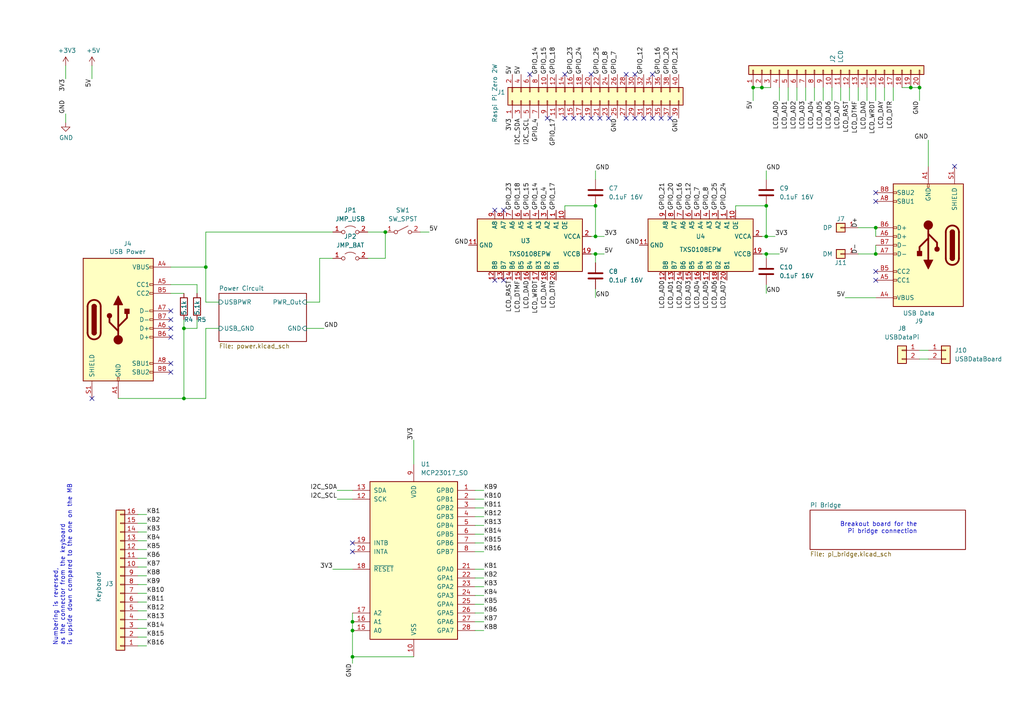
<source format=kicad_sch>
(kicad_sch (version 20211123) (generator eeschema)
  (paper "A4")
  (lib_symbols
    (symbol "Connector_Generic:Conn_01x01" (pin_names (offset 1.016) hide)
      (property "Reference" "J" (at 0 2.54 0))
      (property "Value" "Conn_01x01" (at 0 -2.54 0))
      (symbol "Conn_01x01_1_1"
        (rectangle (start -1.27 0.127) (end 0 -0.127) (stroke (width 0.1524)))
        (rectangle (start -1.27 1.27) (end 1.27 -1.27) (stroke (width 0.254)) (fill (type background)))
        (pin passive line (at -5.08 0 0) (length 3.81) (name "Pin_1") (number "1"))
      )
    )
    (symbol "Connector_Generic:Conn_01x02" (pin_names (offset 1.016) hide)
      (property "Reference" "J" (at 0 2.54 0))
      (property "Value" "Conn_01x02" (at 0 -5.08 0))
      (symbol "Conn_01x02_1_1"
        (rectangle (start -1.27 -2.413) (end 0 -2.667) (stroke (width 0.1524)))
        (rectangle (start -1.27 0.127) (end 0 -0.127) (stroke (width 0.1524)))
        (rectangle (start -1.27 1.27) (end 1.27 -3.81) (stroke (width 0.254)) (fill (type background)))
        (pin passive line (at -5.08 0 0) (length 3.81) (name "Pin_1") (number "1"))
        (pin passive line (at -5.08 -2.54 0) (length 3.81) (name "Pin_2") (number "2"))
      )
    )
    (symbol "Device:C" (pin_numbers hide) (pin_names (offset 0.254))
      (property "Reference" "C" (at 0.635 2.54 0))
      (property "Value" "C" (at 0.635 -2.54 0))
      (symbol "C_0_1"
        (polyline (pts (xy -2.032 -0.762) (xy 2.032 -0.762)) (stroke (width 0.508)))
        (polyline (pts (xy -2.032 0.762) (xy 2.032 0.762)) (stroke (width 0.508)))
      )
      (symbol "C_1_1"
        (pin passive line (at 0 3.81 270) (length 2.794) (name "~") (number "1"))
        (pin passive line (at 0 -3.81 90) (length 2.794) (name "~") (number "2"))
      )
    )
    (symbol "Device:R" (pin_numbers hide) (pin_names (offset 0))
      (property "Reference" "R" (at 2.032 0 90))
      (property "Value" "R" (at 0 0 90))
      (symbol "R_0_1"
        (rectangle (start -1.016 -2.54) (end 1.016 2.54) (stroke (width 0.254)))
      )
      (symbol "R_1_1"
        (pin passive line (at 0 3.81 270) (length 1.27) (name "~") (number "1"))
        (pin passive line (at 0 -3.81 90) (length 1.27) (name "~") (number "2"))
      )
    )
    (symbol "Interface_Expansion:MCP23017_SO" (pin_names (offset 1.016))
      (property "Reference" "U" (at -11.43 24.13 0))
      (property "Value" "MCP23017_SO" (at 0 0 0))
      (symbol "MCP23017_SO_0_1"
        (rectangle (start -12.7 22.86) (end 12.7 -22.86) (stroke (width 0.254)) (fill (type background)))
      )
      (symbol "MCP23017_SO_1_1"
        (pin bidirectional line (at 17.78 20.32 180) (length 5.08) (name "GPB0") (number "1"))
        (pin power_in line (at 0 -27.94 90) (length 5.08) (name "VSS") (number "10"))
        (pin no_connect line (at -12.7 15.24 0) (length 5.08) hide (name "NC") (number "11"))
        (pin input line (at -17.78 17.78 0) (length 5.08) (name "SCK") (number "12"))
        (pin bidirectional line (at -17.78 20.32 0) (length 5.08) (name "SDA") (number "13"))
        (pin no_connect line (at -12.7 12.7 0) (length 5.08) hide (name "NC") (number "14"))
        (pin input line (at -17.78 -20.32 0) (length 5.08) (name "A0") (number "15"))
        (pin input line (at -17.78 -17.78 0) (length 5.08) (name "A1") (number "16"))
        (pin input line (at -17.78 -15.24 0) (length 5.08) (name "A2") (number "17"))
        (pin input line (at -17.78 -2.54 0) (length 5.08) (name "~{RESET}") (number "18"))
        (pin tri_state line (at -17.78 5.08 0) (length 5.08) (name "INTB") (number "19"))
        (pin bidirectional line (at 17.78 17.78 180) (length 5.08) (name "GPB1") (number "2"))
        (pin tri_state line (at -17.78 2.54 0) (length 5.08) (name "INTA") (number "20"))
        (pin bidirectional line (at 17.78 -2.54 180) (length 5.08) (name "GPA0") (number "21"))
        (pin bidirectional line (at 17.78 -5.08 180) (length 5.08) (name "GPA1") (number "22"))
        (pin bidirectional line (at 17.78 -7.62 180) (length 5.08) (name "GPA2") (number "23"))
        (pin bidirectional line (at 17.78 -10.16 180) (length 5.08) (name "GPA3") (number "24"))
        (pin bidirectional line (at 17.78 -12.7 180) (length 5.08) (name "GPA4") (number "25"))
        (pin bidirectional line (at 17.78 -15.24 180) (length 5.08) (name "GPA5") (number "26"))
        (pin bidirectional line (at 17.78 -17.78 180) (length 5.08) (name "GPA6") (number "27"))
        (pin bidirectional line (at 17.78 -20.32 180) (length 5.08) (name "GPA7") (number "28"))
        (pin bidirectional line (at 17.78 15.24 180) (length 5.08) (name "GPB2") (number "3"))
        (pin bidirectional line (at 17.78 12.7 180) (length 5.08) (name "GPB3") (number "4"))
        (pin bidirectional line (at 17.78 10.16 180) (length 5.08) (name "GPB4") (number "5"))
        (pin bidirectional line (at 17.78 7.62 180) (length 5.08) (name "GPB5") (number "6"))
        (pin bidirectional line (at 17.78 5.08 180) (length 5.08) (name "GPB6") (number "7"))
        (pin bidirectional line (at 17.78 2.54 180) (length 5.08) (name "GPB7") (number "8"))
        (pin power_in line (at 0 27.94 270) (length 5.08) (name "VDD") (number "9"))
      )
    )
    (symbol "Jumper:Jumper_2_Open" (pin_names (offset 0) hide)
      (property "Reference" "JP" (at 0 2.794 0))
      (property "Value" "Jumper_2_Open" (at 0 -2.286 0))
      (symbol "Jumper_2_Open_0_0"
        (circle (center -2.032 0) (radius 0.508))
        (circle (center 2.032 0) (radius 0.508))
      )
      (symbol "Jumper_2_Open_0_1"
        (arc (start 1.524 1.27) (mid 0 1.778) (end -1.524 1.27))
      )
      (symbol "Jumper_2_Open_1_1"
        (pin passive line (at -5.08 0 0) (length 2.54) (name "A") (number "1"))
        (pin passive line (at 5.08 0 180) (length 2.54) (name "B") (number "2"))
      )
    )
    (symbol "Logic_LevelTranslator:TXS0108EPW"
      (property "Reference" "U" (at -6.35 16.51 0))
      (property "Value" "TXS0108EPW" (at 3.81 16.51 0))
      (symbol "TXS0108EPW_0_1"
        (rectangle (start -7.62 15.24) (end 7.62 -15.24) (stroke (width 0.254)) (fill (type background)))
      )
      (symbol "TXS0108EPW_1_1"
        (pin bidirectional line (at -10.16 7.62 0) (length 2.54) (name "A1") (number "1"))
        (pin input line (at -10.16 10.16 0) (length 2.54) (name "OE") (number "10"))
        (pin power_in line (at 0 -17.78 90) (length 2.54) (name "GND") (number "11"))
        (pin bidirectional line (at 10.16 -10.16 180) (length 2.54) (name "B8") (number "12"))
        (pin bidirectional line (at 10.16 -7.62 180) (length 2.54) (name "B7") (number "13"))
        (pin bidirectional line (at 10.16 -5.08 180) (length 2.54) (name "B6") (number "14"))
        (pin bidirectional line (at 10.16 -2.54 180) (length 2.54) (name "B5") (number "15"))
        (pin bidirectional line (at 10.16 0 180) (length 2.54) (name "B4") (number "16"))
        (pin bidirectional line (at 10.16 2.54 180) (length 2.54) (name "B3") (number "17"))
        (pin bidirectional line (at 10.16 5.08 180) (length 2.54) (name "B2") (number "18"))
        (pin power_in line (at 2.54 17.78 270) (length 2.54) (name "VCCB") (number "19"))
        (pin power_in line (at -2.54 17.78 270) (length 2.54) (name "VCCA") (number "2"))
        (pin bidirectional line (at 10.16 7.62 180) (length 2.54) (name "B1") (number "20"))
        (pin bidirectional line (at -10.16 5.08 0) (length 2.54) (name "A2") (number "3"))
        (pin bidirectional line (at -10.16 2.54 0) (length 2.54) (name "A3") (number "4"))
        (pin bidirectional line (at -10.16 0 0) (length 2.54) (name "A4") (number "5"))
        (pin bidirectional line (at -10.16 -2.54 0) (length 2.54) (name "A5") (number "6"))
        (pin bidirectional line (at -10.16 -5.08 0) (length 2.54) (name "A6") (number "7"))
        (pin bidirectional line (at -10.16 -7.62 0) (length 2.54) (name "A7") (number "8"))
        (pin bidirectional line (at -10.16 -10.16 0) (length 2.54) (name "A8") (number "9"))
      )
    )
    (symbol "Switch:SW_SPST" (pin_names (offset 0) hide)
      (property "Reference" "SW" (at 0 3.175 0))
      (property "Value" "SW_SPST" (at 0 -2.54 0))
      (symbol "SW_SPST_0_0"
        (circle (center -2.032 0) (radius 0.508))
        (polyline (pts (xy -1.524 0.254) (xy 1.524 1.778)))
        (circle (center 2.032 0) (radius 0.508))
      )
      (symbol "SW_SPST_1_1"
        (pin passive line (at -5.08 0 0) (length 2.54) (name "A") (number "1"))
        (pin passive line (at 5.08 0 180) (length 2.54) (name "B") (number "2"))
      )
    )
    (symbol "mainboard-rescue:+3V3-power" (power) (pin_names (offset 0))
      (property "Value" "+3V3-power" (at 0 3.556 0))
      (symbol "+3V3-power_0_1"
        (polyline (pts (xy -0.762 1.27) (xy 0 2.54)))
        (polyline (pts (xy 0 0) (xy 0 2.54)))
        (polyline (pts (xy 0 2.54) (xy 0.762 1.27)))
      )
      (symbol "+3V3-power_1_1"
        (pin power_in line (at 0 0 90) (length 0) hide (name "+3V3") (number "1"))
      )
    )
    (symbol "mainboard-rescue:+5V-power" (power) (pin_names (offset 0))
      (property "Value" "+5V-power" (at 0 3.556 0))
      (symbol "+5V-power_0_1"
        (polyline (pts (xy -0.762 1.27) (xy 0 2.54)))
        (polyline (pts (xy 0 0) (xy 0 2.54)))
        (polyline (pts (xy 0 2.54) (xy 0.762 1.27)))
      )
      (symbol "+5V-power_1_1"
        (pin power_in line (at 0 0 90) (length 0) hide (name "+5V") (number "1"))
      )
    )
    (symbol "mainboard-rescue:Conn_01x16-Connector_Generic" (pin_names (offset 1.016) hide)
      (property "Reference" "J" (at 0 20.32 0))
      (property "Value" "Conn_01x16-Connector_Generic" (at 0 -22.86 0))
      (symbol "Conn_01x16-Connector_Generic_1_1"
        (rectangle (start -1.27 -20.193) (end 0 -20.447) (stroke (width 0.1524)))
        (rectangle (start -1.27 -17.653) (end 0 -17.907) (stroke (width 0.1524)))
        (rectangle (start -1.27 -15.113) (end 0 -15.367) (stroke (width 0.1524)))
        (rectangle (start -1.27 -12.573) (end 0 -12.827) (stroke (width 0.1524)))
        (rectangle (start -1.27 -10.033) (end 0 -10.287) (stroke (width 0.1524)))
        (rectangle (start -1.27 -7.493) (end 0 -7.747) (stroke (width 0.1524)))
        (rectangle (start -1.27 -4.953) (end 0 -5.207) (stroke (width 0.1524)))
        (rectangle (start -1.27 -2.413) (end 0 -2.667) (stroke (width 0.1524)))
        (rectangle (start -1.27 0.127) (end 0 -0.127) (stroke (width 0.1524)))
        (rectangle (start -1.27 2.667) (end 0 2.413) (stroke (width 0.1524)))
        (rectangle (start -1.27 5.207) (end 0 4.953) (stroke (width 0.1524)))
        (rectangle (start -1.27 7.747) (end 0 7.493) (stroke (width 0.1524)))
        (rectangle (start -1.27 10.287) (end 0 10.033) (stroke (width 0.1524)))
        (rectangle (start -1.27 12.827) (end 0 12.573) (stroke (width 0.1524)))
        (rectangle (start -1.27 15.367) (end 0 15.113) (stroke (width 0.1524)))
        (rectangle (start -1.27 17.907) (end 0 17.653) (stroke (width 0.1524)))
        (rectangle (start -1.27 19.05) (end 1.27 -21.59) (stroke (width 0.254)) (fill (type background)))
        (pin passive line (at -5.08 17.78 0) (length 3.81) (name "Pin_1") (number "1"))
        (pin passive line (at -5.08 -5.08 0) (length 3.81) (name "Pin_10") (number "10"))
        (pin passive line (at -5.08 -7.62 0) (length 3.81) (name "Pin_11") (number "11"))
        (pin passive line (at -5.08 -10.16 0) (length 3.81) (name "Pin_12") (number "12"))
        (pin passive line (at -5.08 -12.7 0) (length 3.81) (name "Pin_13") (number "13"))
        (pin passive line (at -5.08 -15.24 0) (length 3.81) (name "Pin_14") (number "14"))
        (pin passive line (at -5.08 -17.78 0) (length 3.81) (name "Pin_15") (number "15"))
        (pin passive line (at -5.08 -20.32 0) (length 3.81) (name "Pin_16") (number "16"))
        (pin passive line (at -5.08 15.24 0) (length 3.81) (name "Pin_2") (number "2"))
        (pin passive line (at -5.08 12.7 0) (length 3.81) (name "Pin_3") (number "3"))
        (pin passive line (at -5.08 10.16 0) (length 3.81) (name "Pin_4") (number "4"))
        (pin passive line (at -5.08 7.62 0) (length 3.81) (name "Pin_5") (number "5"))
        (pin passive line (at -5.08 5.08 0) (length 3.81) (name "Pin_6") (number "6"))
        (pin passive line (at -5.08 2.54 0) (length 3.81) (name "Pin_7") (number "7"))
        (pin passive line (at -5.08 0 0) (length 3.81) (name "Pin_8") (number "8"))
        (pin passive line (at -5.08 -2.54 0) (length 3.81) (name "Pin_9") (number "9"))
      )
    )
    (symbol "mainboard-rescue:Conn_01x20-Connector_Generic" (pin_names (offset 1.016) hide)
      (property "Reference" "J" (at 0 25.4 0))
      (property "Value" "Conn_01x20-Connector_Generic" (at 0 -27.94 0))
      (symbol "Conn_01x20-Connector_Generic_1_1"
        (rectangle (start -1.27 -25.273) (end 0 -25.527) (stroke (width 0.1524)))
        (rectangle (start -1.27 -22.733) (end 0 -22.987) (stroke (width 0.1524)))
        (rectangle (start -1.27 -20.193) (end 0 -20.447) (stroke (width 0.1524)))
        (rectangle (start -1.27 -17.653) (end 0 -17.907) (stroke (width 0.1524)))
        (rectangle (start -1.27 -15.113) (end 0 -15.367) (stroke (width 0.1524)))
        (rectangle (start -1.27 -12.573) (end 0 -12.827) (stroke (width 0.1524)))
        (rectangle (start -1.27 -10.033) (end 0 -10.287) (stroke (width 0.1524)))
        (rectangle (start -1.27 -7.493) (end 0 -7.747) (stroke (width 0.1524)))
        (rectangle (start -1.27 -4.953) (end 0 -5.207) (stroke (width 0.1524)))
        (rectangle (start -1.27 -2.413) (end 0 -2.667) (stroke (width 0.1524)))
        (rectangle (start -1.27 0.127) (end 0 -0.127) (stroke (width 0.1524)))
        (rectangle (start -1.27 2.667) (end 0 2.413) (stroke (width 0.1524)))
        (rectangle (start -1.27 5.207) (end 0 4.953) (stroke (width 0.1524)))
        (rectangle (start -1.27 7.747) (end 0 7.493) (stroke (width 0.1524)))
        (rectangle (start -1.27 10.287) (end 0 10.033) (stroke (width 0.1524)))
        (rectangle (start -1.27 12.827) (end 0 12.573) (stroke (width 0.1524)))
        (rectangle (start -1.27 15.367) (end 0 15.113) (stroke (width 0.1524)))
        (rectangle (start -1.27 17.907) (end 0 17.653) (stroke (width 0.1524)))
        (rectangle (start -1.27 20.447) (end 0 20.193) (stroke (width 0.1524)))
        (rectangle (start -1.27 22.987) (end 0 22.733) (stroke (width 0.1524)))
        (rectangle (start -1.27 24.13) (end 1.27 -26.67) (stroke (width 0.254)) (fill (type background)))
        (pin passive line (at -5.08 22.86 0) (length 3.81) (name "Pin_1") (number "1"))
        (pin passive line (at -5.08 0 0) (length 3.81) (name "Pin_10") (number "10"))
        (pin passive line (at -5.08 -2.54 0) (length 3.81) (name "Pin_11") (number "11"))
        (pin passive line (at -5.08 -5.08 0) (length 3.81) (name "Pin_12") (number "12"))
        (pin passive line (at -5.08 -7.62 0) (length 3.81) (name "Pin_13") (number "13"))
        (pin passive line (at -5.08 -10.16 0) (length 3.81) (name "Pin_14") (number "14"))
        (pin passive line (at -5.08 -12.7 0) (length 3.81) (name "Pin_15") (number "15"))
        (pin passive line (at -5.08 -15.24 0) (length 3.81) (name "Pin_16") (number "16"))
        (pin passive line (at -5.08 -17.78 0) (length 3.81) (name "Pin_17") (number "17"))
        (pin passive line (at -5.08 -20.32 0) (length 3.81) (name "Pin_18") (number "18"))
        (pin passive line (at -5.08 -22.86 0) (length 3.81) (name "Pin_19") (number "19"))
        (pin passive line (at -5.08 20.32 0) (length 3.81) (name "Pin_2") (number "2"))
        (pin passive line (at -5.08 -25.4 0) (length 3.81) (name "Pin_20") (number "20"))
        (pin passive line (at -5.08 17.78 0) (length 3.81) (name "Pin_3") (number "3"))
        (pin passive line (at -5.08 15.24 0) (length 3.81) (name "Pin_4") (number "4"))
        (pin passive line (at -5.08 12.7 0) (length 3.81) (name "Pin_5") (number "5"))
        (pin passive line (at -5.08 10.16 0) (length 3.81) (name "Pin_6") (number "6"))
        (pin passive line (at -5.08 7.62 0) (length 3.81) (name "Pin_7") (number "7"))
        (pin passive line (at -5.08 5.08 0) (length 3.81) (name "Pin_8") (number "8"))
        (pin passive line (at -5.08 2.54 0) (length 3.81) (name "Pin_9") (number "9"))
      )
    )
    (symbol "mainboard-rescue:Conn_02x20_Odd_Even-Connector_Generic" (pin_names (offset 1.016) hide)
      (property "Reference" "J" (at 1.27 25.4 0))
      (property "Value" "Conn_02x20_Odd_Even-Connector_Generic" (at 1.27 -27.94 0))
      (symbol "Conn_02x20_Odd_Even-Connector_Generic_1_1"
        (rectangle (start -1.27 -25.273) (end 0 -25.527) (stroke (width 0.1524)))
        (rectangle (start -1.27 -22.733) (end 0 -22.987) (stroke (width 0.1524)))
        (rectangle (start -1.27 -20.193) (end 0 -20.447) (stroke (width 0.1524)))
        (rectangle (start -1.27 -17.653) (end 0 -17.907) (stroke (width 0.1524)))
        (rectangle (start -1.27 -15.113) (end 0 -15.367) (stroke (width 0.1524)))
        (rectangle (start -1.27 -12.573) (end 0 -12.827) (stroke (width 0.1524)))
        (rectangle (start -1.27 -10.033) (end 0 -10.287) (stroke (width 0.1524)))
        (rectangle (start -1.27 -7.493) (end 0 -7.747) (stroke (width 0.1524)))
        (rectangle (start -1.27 -4.953) (end 0 -5.207) (stroke (width 0.1524)))
        (rectangle (start -1.27 -2.413) (end 0 -2.667) (stroke (width 0.1524)))
        (rectangle (start -1.27 0.127) (end 0 -0.127) (stroke (width 0.1524)))
        (rectangle (start -1.27 2.667) (end 0 2.413) (stroke (width 0.1524)))
        (rectangle (start -1.27 5.207) (end 0 4.953) (stroke (width 0.1524)))
        (rectangle (start -1.27 7.747) (end 0 7.493) (stroke (width 0.1524)))
        (rectangle (start -1.27 10.287) (end 0 10.033) (stroke (width 0.1524)))
        (rectangle (start -1.27 12.827) (end 0 12.573) (stroke (width 0.1524)))
        (rectangle (start -1.27 15.367) (end 0 15.113) (stroke (width 0.1524)))
        (rectangle (start -1.27 17.907) (end 0 17.653) (stroke (width 0.1524)))
        (rectangle (start -1.27 20.447) (end 0 20.193) (stroke (width 0.1524)))
        (rectangle (start -1.27 22.987) (end 0 22.733) (stroke (width 0.1524)))
        (rectangle (start -1.27 24.13) (end 3.81 -26.67) (stroke (width 0.254)) (fill (type background)))
        (rectangle (start 3.81 -25.273) (end 2.54 -25.527) (stroke (width 0.1524)))
        (rectangle (start 3.81 -22.733) (end 2.54 -22.987) (stroke (width 0.1524)))
        (rectangle (start 3.81 -20.193) (end 2.54 -20.447) (stroke (width 0.1524)))
        (rectangle (start 3.81 -17.653) (end 2.54 -17.907) (stroke (width 0.1524)))
        (rectangle (start 3.81 -15.113) (end 2.54 -15.367) (stroke (width 0.1524)))
        (rectangle (start 3.81 -12.573) (end 2.54 -12.827) (stroke (width 0.1524)))
        (rectangle (start 3.81 -10.033) (end 2.54 -10.287) (stroke (width 0.1524)))
        (rectangle (start 3.81 -7.493) (end 2.54 -7.747) (stroke (width 0.1524)))
        (rectangle (start 3.81 -4.953) (end 2.54 -5.207) (stroke (width 0.1524)))
        (rectangle (start 3.81 -2.413) (end 2.54 -2.667) (stroke (width 0.1524)))
        (rectangle (start 3.81 0.127) (end 2.54 -0.127) (stroke (width 0.1524)))
        (rectangle (start 3.81 2.667) (end 2.54 2.413) (stroke (width 0.1524)))
        (rectangle (start 3.81 5.207) (end 2.54 4.953) (stroke (width 0.1524)))
        (rectangle (start 3.81 7.747) (end 2.54 7.493) (stroke (width 0.1524)))
        (rectangle (start 3.81 10.287) (end 2.54 10.033) (stroke (width 0.1524)))
        (rectangle (start 3.81 12.827) (end 2.54 12.573) (stroke (width 0.1524)))
        (rectangle (start 3.81 15.367) (end 2.54 15.113) (stroke (width 0.1524)))
        (rectangle (start 3.81 17.907) (end 2.54 17.653) (stroke (width 0.1524)))
        (rectangle (start 3.81 20.447) (end 2.54 20.193) (stroke (width 0.1524)))
        (rectangle (start 3.81 22.987) (end 2.54 22.733) (stroke (width 0.1524)))
        (pin passive line (at -5.08 22.86 0) (length 3.81) (name "Pin_1") (number "1"))
        (pin passive line (at 7.62 12.7 180) (length 3.81) (name "Pin_10") (number "10"))
        (pin passive line (at -5.08 10.16 0) (length 3.81) (name "Pin_11") (number "11"))
        (pin passive line (at 7.62 10.16 180) (length 3.81) (name "Pin_12") (number "12"))
        (pin passive line (at -5.08 7.62 0) (length 3.81) (name "Pin_13") (number "13"))
        (pin passive line (at 7.62 7.62 180) (length 3.81) (name "Pin_14") (number "14"))
        (pin passive line (at -5.08 5.08 0) (length 3.81) (name "Pin_15") (number "15"))
        (pin passive line (at 7.62 5.08 180) (length 3.81) (name "Pin_16") (number "16"))
        (pin passive line (at -5.08 2.54 0) (length 3.81) (name "Pin_17") (number "17"))
        (pin passive line (at 7.62 2.54 180) (length 3.81) (name "Pin_18") (number "18"))
        (pin passive line (at -5.08 0 0) (length 3.81) (name "Pin_19") (number "19"))
        (pin passive line (at 7.62 22.86 180) (length 3.81) (name "Pin_2") (number "2"))
        (pin passive line (at 7.62 0 180) (length 3.81) (name "Pin_20") (number "20"))
        (pin passive line (at -5.08 -2.54 0) (length 3.81) (name "Pin_21") (number "21"))
        (pin passive line (at 7.62 -2.54 180) (length 3.81) (name "Pin_22") (number "22"))
        (pin passive line (at -5.08 -5.08 0) (length 3.81) (name "Pin_23") (number "23"))
        (pin passive line (at 7.62 -5.08 180) (length 3.81) (name "Pin_24") (number "24"))
        (pin passive line (at -5.08 -7.62 0) (length 3.81) (name "Pin_25") (number "25"))
        (pin passive line (at 7.62 -7.62 180) (length 3.81) (name "Pin_26") (number "26"))
        (pin passive line (at -5.08 -10.16 0) (length 3.81) (name "Pin_27") (number "27"))
        (pin passive line (at 7.62 -10.16 180) (length 3.81) (name "Pin_28") (number "28"))
        (pin passive line (at -5.08 -12.7 0) (length 3.81) (name "Pin_29") (number "29"))
        (pin passive line (at -5.08 20.32 0) (length 3.81) (name "Pin_3") (number "3"))
        (pin passive line (at 7.62 -12.7 180) (length 3.81) (name "Pin_30") (number "30"))
        (pin passive line (at -5.08 -15.24 0) (length 3.81) (name "Pin_31") (number "31"))
        (pin passive line (at 7.62 -15.24 180) (length 3.81) (name "Pin_32") (number "32"))
        (pin passive line (at -5.08 -17.78 0) (length 3.81) (name "Pin_33") (number "33"))
        (pin passive line (at 7.62 -17.78 180) (length 3.81) (name "Pin_34") (number "34"))
        (pin passive line (at -5.08 -20.32 0) (length 3.81) (name "Pin_35") (number "35"))
        (pin passive line (at 7.62 -20.32 180) (length 3.81) (name "Pin_36") (number "36"))
        (pin passive line (at -5.08 -22.86 0) (length 3.81) (name "Pin_37") (number "37"))
        (pin passive line (at 7.62 -22.86 180) (length 3.81) (name "Pin_38") (number "38"))
        (pin passive line (at -5.08 -25.4 0) (length 3.81) (name "Pin_39") (number "39"))
        (pin passive line (at 7.62 20.32 180) (length 3.81) (name "Pin_4") (number "4"))
        (pin passive line (at 7.62 -25.4 180) (length 3.81) (name "Pin_40") (number "40"))
        (pin passive line (at -5.08 17.78 0) (length 3.81) (name "Pin_5") (number "5"))
        (pin passive line (at 7.62 17.78 180) (length 3.81) (name "Pin_6") (number "6"))
        (pin passive line (at -5.08 15.24 0) (length 3.81) (name "Pin_7") (number "7"))
        (pin passive line (at 7.62 15.24 180) (length 3.81) (name "Pin_8") (number "8"))
        (pin passive line (at -5.08 12.7 0) (length 3.81) (name "Pin_9") (number "9"))
      )
    )
    (symbol "mainboard-rescue:GND-power" (power) (pin_names (offset 0))
      (property "Value" "GND-power" (at 0 -3.81 0))
      (symbol "GND-power_0_1"
        (polyline (pts (xy 0 0) (xy 0 -1.27) (xy 1.27 -1.27) (xy 0 -2.54) (xy -1.27 -1.27) (xy 0 -1.27)))
      )
      (symbol "GND-power_1_1"
        (pin power_in line (at 0 0 270) (length 0) hide (name "GND") (number "1"))
      )
    )
    (symbol "mainboard-rescue:USB_C_Receptacle_USB2.0-Connector" (pin_names (offset 1.016))
      (property "Reference" "J" (at -10.16 19.05 0))
      (property "Value" "USB_C_Receptacle_USB2.0-Connector" (at 19.05 19.05 0))
      (symbol "USB_C_Receptacle_USB2.0-Connector_0_0"
        (rectangle (start -0.254 -17.78) (end 0.254 -16.764))
        (rectangle (start 10.16 -14.986) (end 9.144 -15.494))
        (rectangle (start 10.16 -12.446) (end 9.144 -12.954))
        (rectangle (start 10.16 -4.826) (end 9.144 -5.334))
        (rectangle (start 10.16 -2.286) (end 9.144 -2.794))
        (rectangle (start 10.16 0.254) (end 9.144 -0.254))
        (rectangle (start 10.16 2.794) (end 9.144 2.286))
        (rectangle (start 10.16 7.874) (end 9.144 7.366))
        (rectangle (start 10.16 10.414) (end 9.144 9.906))
        (rectangle (start 10.16 15.494) (end 9.144 14.986))
      )
      (symbol "USB_C_Receptacle_USB2.0-Connector_0_1"
        (rectangle (start -10.16 17.78) (end 10.16 -17.78) (stroke (width 0.254)) (fill (type background)))
        (arc (start -8.89 -3.81) (mid -6.985 -5.715) (end -5.08 -3.81) (stroke (width 0.508)))
        (arc (start -7.62 -3.81) (mid -6.985 -4.445) (end -6.35 -3.81) (stroke (width 0.254)))
        (arc (start -7.62 -3.81) (mid -6.985 -4.445) (end -6.35 -3.81) (stroke (width 0.254)) (fill (type outline)))
        (rectangle (start -7.62 -3.81) (end -6.35 3.81) (stroke (width 0.254)) (fill (type outline)))
        (arc (start -6.35 3.81) (mid -6.985 4.445) (end -7.62 3.81) (stroke (width 0.254)))
        (arc (start -6.35 3.81) (mid -6.985 4.445) (end -7.62 3.81) (stroke (width 0.254)) (fill (type outline)))
        (arc (start -5.08 3.81) (mid -6.985 5.715) (end -8.89 3.81) (stroke (width 0.508)))
        (circle (center -2.54 1.143) (radius 0.635) (stroke (width 0.254)) (fill (type outline)))
        (circle (center 0 -5.842) (radius 1.27) (fill (type outline)))
        (polyline (pts (xy -8.89 -3.81) (xy -8.89 3.81)) (stroke (width 0.508)))
        (polyline (pts (xy -5.08 3.81) (xy -5.08 -3.81)) (stroke (width 0.508)))
        (polyline (pts (xy 0 -5.842) (xy 0 4.318)) (stroke (width 0.508)))
        (polyline (pts (xy 0 -3.302) (xy -2.54 -0.762) (xy -2.54 0.508)) (stroke (width 0.508)))
        (polyline (pts (xy 0 -2.032) (xy 2.54 0.508) (xy 2.54 1.778)) (stroke (width 0.508)))
        (polyline (pts (xy -1.27 4.318) (xy 0 6.858) (xy 1.27 4.318) (xy -1.27 4.318)) (stroke (width 0.254)) (fill (type outline)))
        (rectangle (start 1.905 1.778) (end 3.175 3.048) (stroke (width 0.254)) (fill (type outline)))
      )
      (symbol "USB_C_Receptacle_USB2.0-Connector_1_1"
        (pin power_in line (at 0 -22.86 90) (length 5.08) (name "GND") (number "A1"))
        (pin passive line (at 0 -22.86 90) (length 5.08) hide (name "GND") (number "A12"))
        (pin power_in line (at 15.24 15.24 180) (length 5.08) (name "VBUS") (number "A4"))
        (pin bidirectional line (at 15.24 10.16 180) (length 5.08) (name "CC1") (number "A5"))
        (pin bidirectional line (at 15.24 -2.54 180) (length 5.08) (name "D+") (number "A6"))
        (pin bidirectional line (at 15.24 2.54 180) (length 5.08) (name "D-") (number "A7"))
        (pin bidirectional line (at 15.24 -12.7 180) (length 5.08) (name "SBU1") (number "A8"))
        (pin passive line (at 15.24 15.24 180) (length 5.08) hide (name "VBUS") (number "A9"))
        (pin passive line (at 0 -22.86 90) (length 5.08) hide (name "GND") (number "B1"))
        (pin passive line (at 0 -22.86 90) (length 5.08) hide (name "GND") (number "B12"))
        (pin passive line (at 15.24 15.24 180) (length 5.08) hide (name "VBUS") (number "B4"))
        (pin bidirectional line (at 15.24 7.62 180) (length 5.08) (name "CC2") (number "B5"))
        (pin bidirectional line (at 15.24 -5.08 180) (length 5.08) (name "D+") (number "B6"))
        (pin bidirectional line (at 15.24 0 180) (length 5.08) (name "D-") (number "B7"))
        (pin bidirectional line (at 15.24 -15.24 180) (length 5.08) (name "SBU2") (number "B8"))
        (pin passive line (at 15.24 15.24 180) (length 5.08) hide (name "VBUS") (number "B9"))
        (pin passive line (at -7.62 -22.86 90) (length 5.08) (name "SHIELD") (number "S1"))
      )
    )
  )
  (junction (at 254 73.66))
  (junction (at 222.25 73.66))
  (junction (at 264.16 25.4))
  (junction (at 172.72 68.58))
  (junction (at 102.235 182.88))
  (junction (at 172.72 59.69))
  (junction (at 222.25 68.58))
  (junction (at 102.235 190.5))
  (junction (at 172.72 73.66))
  (junction (at 53.34 95.25))
  (junction (at 266.7 25.4))
  (junction (at 53.34 115.57))
  (junction (at 222.25 59.69))
  (junction (at 218.44 25.4))
  (junction (at 220.98 25.4))
  (junction (at 254 66.04))
  (junction (at 59.69 77.47))
  (junction (at 111.76 67.31))
  (junction (at 102.235 180.34))
  (no_connect (at 49.53 95.25))
  (no_connect (at 102.235 160.02))
  (no_connect (at 102.235 157.48))
  (no_connect (at 26.67 115.57))
  (no_connect (at 189.23 34.29))
  (no_connect (at 181.61 34.29))
  (no_connect (at 184.15 34.29))
  (no_connect (at 186.69 34.29))
  (no_connect (at 194.31 34.29))
  (no_connect (at 176.53 34.29))
  (no_connect (at 191.77 34.29))
  (no_connect (at 158.75 34.29))
  (no_connect (at 171.45 34.29))
  (no_connect (at 173.99 34.29))
  (no_connect (at 168.91 34.29))
  (no_connect (at 181.61 21.59))
  (no_connect (at 184.15 21.59))
  (no_connect (at 171.45 21.59))
  (no_connect (at 276.86 48.26))
  (no_connect (at 163.83 21.59))
  (no_connect (at 254 58.42))
  (no_connect (at 49.53 90.17))
  (no_connect (at 189.23 21.59))
  (no_connect (at 49.53 105.41))
  (no_connect (at 254 55.88))
  (no_connect (at 143.51 60.96))
  (no_connect (at 146.05 60.96))
  (no_connect (at 49.53 92.71))
  (no_connect (at 153.67 21.59))
  (no_connect (at 49.53 97.79))
  (no_connect (at 254 81.28))
  (no_connect (at 163.83 34.29))
  (no_connect (at 166.37 34.29))
  (no_connect (at 143.51 81.28))
  (no_connect (at 146.05 81.28))
  (no_connect (at 254 78.74))
  (no_connect (at 49.53 107.95))
  (wire (pts (xy 140.335 170.18) (xy 137.795 170.18)))
  (wire (pts (xy 59.69 115.57) (xy 59.69 95.25)))
  (wire (pts (xy 220.98 25.4) (xy 223.52 25.4)))
  (wire (pts (xy 140.335 157.48) (xy 137.795 157.48)))
  (wire (pts (xy 222.25 82.55) (xy 222.25 85.09)))
  (wire (pts (xy 233.68 25.4) (xy 233.68 29.21)))
  (wire (pts (xy 102.235 190.5) (xy 120.015 190.5)))
  (wire (pts (xy 59.69 95.25) (xy 63.5 95.25)))
  (wire (pts (xy 59.69 77.47) (xy 59.69 87.63)))
  (wire (pts (xy 163.83 59.69) (xy 172.72 59.69)))
  (wire (pts (xy 245.11 86.36) (xy 254 86.36)))
  (wire (pts (xy 246.38 25.4) (xy 246.38 29.21)))
  (wire (pts (xy 53.34 95.25) (xy 53.34 115.57)))
  (wire (pts (xy 140.335 154.94) (xy 137.795 154.94)))
  (wire (pts (xy 42.545 184.785) (xy 40.005 184.785)))
  (wire (pts (xy 42.545 167.005) (xy 40.005 167.005)))
  (wire (pts (xy 140.335 182.88) (xy 137.795 182.88)))
  (wire (pts (xy 222.25 73.66) (xy 226.06 73.66)))
  (wire (pts (xy 140.335 144.78) (xy 137.795 144.78)))
  (wire (pts (xy 140.335 172.72) (xy 137.795 172.72)))
  (wire (pts (xy 140.335 160.02) (xy 137.795 160.02)))
  (wire (pts (xy 163.83 59.69) (xy 163.83 60.96)))
  (wire (pts (xy 19.05 22.86) (xy 19.05 19.05)))
  (wire (pts (xy 140.335 147.32) (xy 137.795 147.32)))
  (wire (pts (xy 171.45 73.66) (xy 172.72 73.66)))
  (wire (pts (xy 59.69 87.63) (xy 63.5 87.63)))
  (wire (pts (xy 261.62 25.4) (xy 264.16 25.4)))
  (wire (pts (xy 238.76 25.4) (xy 238.76 29.21)))
  (wire (pts (xy 57.15 95.25) (xy 53.34 95.25)))
  (wire (pts (xy 19.05 33.02) (xy 19.05 35.56)))
  (wire (pts (xy 222.25 59.69) (xy 213.36 59.69)))
  (wire (pts (xy 102.235 182.88) (xy 102.235 190.5)))
  (wire (pts (xy 102.235 177.8) (xy 102.235 180.34)))
  (wire (pts (xy 222.25 68.58) (xy 224.79 68.58)))
  (wire (pts (xy 248.92 73.66) (xy 254 73.66)))
  (wire (pts (xy 264.16 25.4) (xy 266.7 25.4)))
  (wire (pts (xy 49.53 85.09) (xy 53.34 85.09)))
  (wire (pts (xy 266.7 25.4) (xy 266.7 29.21)))
  (wire (pts (xy 220.98 73.66) (xy 222.25 73.66)))
  (wire (pts (xy 42.545 172.085) (xy 40.005 172.085)))
  (wire (pts (xy 266.7 101.6) (xy 269.24 101.6)))
  (wire (pts (xy 222.25 49.53) (xy 222.25 52.07)))
  (wire (pts (xy 59.69 67.31) (xy 59.69 77.47)))
  (wire (pts (xy 42.545 149.225) (xy 40.005 149.225)))
  (wire (pts (xy 42.545 182.245) (xy 40.005 182.245)))
  (wire (pts (xy 231.14 25.4) (xy 231.14 29.21)))
  (wire (pts (xy 243.84 25.4) (xy 243.84 29.21)))
  (wire (pts (xy 53.34 92.71) (xy 53.34 95.25)))
  (wire (pts (xy 254 25.4) (xy 254 29.21)))
  (wire (pts (xy 171.45 68.58) (xy 172.72 68.58)))
  (wire (pts (xy 42.545 161.925) (xy 40.005 161.925)))
  (wire (pts (xy 26.67 19.05) (xy 26.67 22.86)))
  (wire (pts (xy 59.69 67.31) (xy 96.52 67.31)))
  (wire (pts (xy 121.92 67.31) (xy 124.46 67.31)))
  (wire (pts (xy 172.72 73.66) (xy 172.72 76.2)))
  (wire (pts (xy 226.06 25.4) (xy 226.06 29.21)))
  (wire (pts (xy 140.335 142.24) (xy 137.795 142.24)))
  (wire (pts (xy 57.15 92.71) (xy 57.15 95.25)))
  (wire (pts (xy 92.71 74.93) (xy 96.52 74.93)))
  (wire (pts (xy 241.3 25.4) (xy 241.3 29.21)))
  (wire (pts (xy 57.15 82.55) (xy 57.15 85.09)))
  (wire (pts (xy 120.015 127.635) (xy 120.015 134.62)))
  (wire (pts (xy 172.72 49.53) (xy 172.72 52.07)))
  (wire (pts (xy 222.25 68.58) (xy 222.25 59.69)))
  (wire (pts (xy 49.53 77.47) (xy 59.69 77.47)))
  (wire (pts (xy 96.52 165.1) (xy 102.235 165.1)))
  (wire (pts (xy 266.7 104.14) (xy 269.24 104.14)))
  (wire (pts (xy 220.98 68.58) (xy 222.25 68.58)))
  (wire (pts (xy 88.9 87.63) (xy 92.71 87.63)))
  (wire (pts (xy 140.335 165.1) (xy 137.795 165.1)))
  (wire (pts (xy 97.79 142.24) (xy 102.235 142.24)))
  (wire (pts (xy 92.71 87.63) (xy 92.71 74.93)))
  (wire (pts (xy 140.335 180.34) (xy 137.795 180.34)))
  (wire (pts (xy 222.25 73.66) (xy 222.25 74.93)))
  (wire (pts (xy 236.22 25.4) (xy 236.22 29.21)))
  (wire (pts (xy 53.34 115.57) (xy 59.69 115.57)))
  (wire (pts (xy 254 73.66) (xy 254 71.12)))
  (wire (pts (xy 172.72 83.82) (xy 172.72 86.36)))
  (wire (pts (xy 259.08 25.4) (xy 259.08 29.21)))
  (wire (pts (xy 42.545 151.765) (xy 40.005 151.765)))
  (wire (pts (xy 97.79 144.78) (xy 102.235 144.78)))
  (wire (pts (xy 42.545 154.305) (xy 40.005 154.305)))
  (wire (pts (xy 106.68 74.93) (xy 111.76 74.93)))
  (wire (pts (xy 140.335 175.26) (xy 137.795 175.26)))
  (wire (pts (xy 140.335 167.64) (xy 137.795 167.64)))
  (wire (pts (xy 248.92 66.04) (xy 254 66.04)))
  (wire (pts (xy 172.72 68.58) (xy 175.26 68.58)))
  (wire (pts (xy 102.235 190.5) (xy 102.235 192.405)))
  (wire (pts (xy 251.46 25.4) (xy 251.46 29.21)))
  (wire (pts (xy 248.92 25.4) (xy 248.92 29.21)))
  (wire (pts (xy 88.9 95.25) (xy 93.98 95.25)))
  (wire (pts (xy 172.72 73.66) (xy 175.26 73.66)))
  (wire (pts (xy 42.545 187.325) (xy 40.005 187.325)))
  (wire (pts (xy 106.68 67.31) (xy 111.76 67.31)))
  (wire (pts (xy 218.44 25.4) (xy 220.98 25.4)))
  (wire (pts (xy 42.545 159.385) (xy 40.005 159.385)))
  (wire (pts (xy 42.545 179.705) (xy 40.005 179.705)))
  (wire (pts (xy 42.545 156.845) (xy 40.005 156.845)))
  (wire (pts (xy 254 68.58) (xy 254 66.04)))
  (wire (pts (xy 111.76 74.93) (xy 111.76 67.31)))
  (wire (pts (xy 140.335 152.4) (xy 137.795 152.4)))
  (wire (pts (xy 42.545 177.165) (xy 40.005 177.165)))
  (wire (pts (xy 42.545 164.465) (xy 40.005 164.465)))
  (wire (pts (xy 34.29 115.57) (xy 53.34 115.57)))
  (wire (pts (xy 140.335 149.86) (xy 137.795 149.86)))
  (wire (pts (xy 218.44 25.4) (xy 218.44 29.21)))
  (wire (pts (xy 42.545 174.625) (xy 40.005 174.625)))
  (wire (pts (xy 228.6 25.4) (xy 228.6 29.21)))
  (wire (pts (xy 42.545 169.545) (xy 40.005 169.545)))
  (wire (pts (xy 102.235 180.34) (xy 102.235 182.88)))
  (wire (pts (xy 49.53 82.55) (xy 57.15 82.55)))
  (wire (pts (xy 172.72 59.69) (xy 172.72 68.58)))
  (wire (pts (xy 269.24 40.64) (xy 269.24 48.26)))
  (wire (pts (xy 140.335 177.8) (xy 137.795 177.8)))
  (wire (pts (xy 213.36 59.69) (xy 213.36 60.96)))
  (wire (pts (xy 256.54 25.4) (xy 256.54 29.21)))
  (text "Breakout board for the\nPi bridge connection" (at 266.065 154.94 180) (effects (font (size 1.27 1.27)) (justify right bottom)))
  (text "Numbering is reversed, \nas the connector from the keyboard \nis upside down compared to the one on the MB" (at 20.955 187.325 90) (effects (font (size 1.27 1.27)) (justify left bottom)))
  (label "LCD_AD7" (at 210.82 81.28 270))
  (label "KB2" (at 42.545 151.765 0))
  (label "KB13" (at 140.335 152.4 0))
  (label "KB3" (at 140.335 170.18 0))
  (label "LCD_AD7" (at 243.84 29.21 270))
  (label "GPIO_20" (at 194.31 21.59 90))
  (label "GND" (at 269.24 40.64 180))
  (label "KB4" (at 140.335 172.72 0))
  (label "3V3" (at 148.59 34.29 270))
  (label "5V" (at 124.46 67.31 0))
  (label "GPIO_12" (at 200.66 60.96 90))
  (label "GPIO_24" (at 210.82 60.96 90))
  (label "LCD_AD6" (at 241.3 29.21 270))
  (label "LCD_RAST" (at 148.59 81.28 270))
  (label "LCD_AD2" (at 198.12 81.28 270))
  (label "KB11" (at 42.545 174.625 0))
  (label "LCD_DTR" (at 161.29 81.28 270))
  (label "KB9" (at 140.335 142.24 0))
  (label "KB15" (at 42.545 184.785 0))
  (label "KB5" (at 140.335 175.26 0))
  (label "GPIO_12" (at 186.69 21.59 90))
  (label "KB14" (at 140.335 154.94 0))
  (label "LCD_WRDT" (at 156.21 81.28 270))
  (label "D-" (at 248.92 73.66 90))
  (label "GPIO_15" (at 158.75 21.59 90))
  (label "KB6" (at 140.335 177.8 0))
  (label "3V3" (at 175.26 68.58 0))
  (label "GPIO_25" (at 173.99 21.59 90))
  (label "GPIO_16" (at 198.12 60.96 90))
  (label "GND" (at 172.72 86.36 0))
  (label "I2C_SDA" (at 97.79 142.24 180))
  (label "GND" (at 185.42 71.12 180))
  (label "D+" (at 248.92 66.04 90))
  (label "LCD_AD5" (at 205.74 81.28 270))
  (label "I2C_SDA" (at 151.13 34.29 270))
  (label "LCD_AD3" (at 233.68 29.21 270))
  (label "GPIO_24" (at 168.91 21.59 90))
  (label "KB6" (at 42.545 161.925 0))
  (label "GPIO_21" (at 193.04 60.96 90))
  (label "KB4" (at 42.545 156.845 0))
  (label "LCD_AD1" (at 195.58 81.28 270))
  (label "KB11" (at 140.335 147.32 0))
  (label "KB8" (at 140.335 182.88 0))
  (label "GND" (at 135.89 71.12 180))
  (label "5V" (at 151.13 21.59 90))
  (label "LCD_AD4" (at 203.2 81.28 270))
  (label "LCD_AD1" (at 228.6 29.21 270))
  (label "5V" (at 226.06 73.66 0))
  (label "GPIO_17" (at 161.29 34.29 270))
  (label "LCD_AD2" (at 231.14 29.21 270))
  (label "5V" (at 26.67 22.86 270))
  (label "KB1" (at 140.335 165.1 0))
  (label "I2C_SCL" (at 153.67 34.29 270))
  (label "GPIO_14" (at 156.21 60.96 90))
  (label "GPIO_7" (at 203.2 60.96 90))
  (label "GPIO_25" (at 208.28 60.96 90))
  (label "KB2" (at 140.335 167.64 0))
  (label "GND" (at 196.85 34.29 270))
  (label "KB3" (at 42.545 154.305 0))
  (label "GPIO_17" (at 161.29 60.96 90))
  (label "KB16" (at 42.545 187.325 0))
  (label "GPIO_4" (at 158.75 60.96 90))
  (label "LCD_DAY" (at 256.54 29.21 270))
  (label "5V" (at 148.59 21.59 90))
  (label "LCD_AD4" (at 236.22 29.21 270))
  (label "LCD_AD3" (at 200.66 81.28 270))
  (label "GPIO_18" (at 151.13 60.96 90))
  (label "GPIO_21" (at 196.85 21.59 90))
  (label "LCD_DAD" (at 251.46 29.21 270))
  (label "LCD_WRDT" (at 254 29.21 270))
  (label "KB5" (at 42.545 159.385 0))
  (label "LCD_DAD" (at 153.67 81.28 270))
  (label "KB1" (at 42.545 149.225 0))
  (label "3V3" (at 19.05 22.86 270))
  (label "GPIO_20" (at 195.58 60.96 90))
  (label "GND" (at 266.7 29.21 270))
  (label "LCD_DAY" (at 158.75 81.28 270))
  (label "GND" (at 102.235 192.405 270))
  (label "KB16" (at 140.335 160.02 0))
  (label "GND" (at 19.05 33.02 90))
  (label "KB10" (at 140.335 144.78 0))
  (label "GPIO_14" (at 156.21 21.59 90))
  (label "KB7" (at 42.545 164.465 0))
  (label "KB12" (at 42.545 177.165 0))
  (label "GPIO_18" (at 161.29 21.59 90))
  (label "GPIO_4" (at 156.21 34.29 270))
  (label "LCD_AD0" (at 193.04 81.28 270))
  (label "GPIO_15" (at 153.67 60.96 90))
  (label "KB8" (at 42.545 167.005 0))
  (label "5V" (at 245.11 86.36 180))
  (label "GPIO_23" (at 148.59 60.96 90))
  (label "LCD_AD6" (at 208.28 81.28 270))
  (label "LCD_DTMF" (at 248.92 29.21 270))
  (label "LCD_AD5" (at 238.76 29.21 270))
  (label "GPIO_23" (at 166.37 21.59 90))
  (label "KB10" (at 42.545 172.085 0))
  (label "GND" (at 172.72 49.53 0))
  (label "GND" (at 222.25 85.09 0))
  (label "3V3" (at 96.52 165.1 180))
  (label "GPIO_8" (at 176.53 21.59 90))
  (label "LCD_DTMF" (at 151.13 81.28 270))
  (label "5V" (at 175.26 73.66 0))
  (label "LCD_DTR" (at 259.08 29.21 270))
  (label "GND" (at 222.25 49.53 0))
  (label "KB7" (at 140.335 180.34 0))
  (label "KB15" (at 140.335 157.48 0))
  (label "KB12" (at 140.335 149.86 0))
  (label "LCD_AD0" (at 226.06 29.21 270))
  (label "5V" (at 218.44 29.21 270))
  (label "KB14" (at 42.545 182.245 0))
  (label "KB9" (at 42.545 169.545 0))
  (label "GPIO_8" (at 205.74 60.96 90))
  (label "LCD_RAST" (at 246.38 29.21 270))
  (label "GND" (at 93.98 95.25 0))
  (label "3V3" (at 120.015 127.635 90))
  (label "I2C_SCL" (at 97.79 144.78 180))
  (label "GND" (at 179.07 34.29 270))
  (label "GPIO_7" (at 179.07 21.59 90))
  (label "GPIO_16" (at 191.77 21.59 90))
  (label "KB13" (at 42.545 179.705 0))
  (label "3V3" (at 224.79 68.58 0))
  (symbol (lib_id "mainboard-rescue:Conn_02x20_Odd_Even-Connector_Generic") (at 171.45 29.21 90) (unit 1)
    (property "Reference" "J1" (at 146.5834 26.7716 90) (effects (justify left)))
    (property "Value" "Raspi Pi Zero 2W" (at 143.51 35.56 0) (effects (justify left)))
    (property "Footprint" "Connector_PinHeader_2.54mm:PinHeader_2x20_P2.54mm_Vertical" (effects hide))
  )
  (symbol (lib_id "mainboard-rescue:+3V3-power") (at 19.05 19.05 0) (unit 1)
    (property "Reference" "#PWR0101" (effects hide))
    (property "Value" "+3V3" (at 19.431 14.6558 0))
  )
  (symbol (lib_id "mainboard-rescue:+5V-power") (at 26.67 19.05 0) (unit 1)
    (property "Reference" "#PWR0102" (effects hide))
    (property "Value" "+5V" (at 27.051 14.6558 0))
  )
  (symbol (lib_id "mainboard-rescue:GND-power") (at 19.05 35.56 0) (unit 1)
    (property "Reference" "#PWR0103" (effects hide))
    (property "Value" "GND" (at 19.177 39.9542 0))
  )
  (symbol (lib_id "mainboard-rescue:Conn_01x20-Connector_Generic") (at 241.3 20.32 90) (unit 1)
    (property "Reference" "J2" (at 241.5032 18.288 0) (effects (justify left)))
    (property "Value" "LCD" (at 243.8146 18.288 0) (effects (justify left)))
    (property "Footprint" "Connector_FFC-FPC:TE_2-84953-0_1x20-1MP_P1.0mm_Horizontal" (effects hide))
  )
  (symbol (lib_id "mainboard-rescue:Conn_01x16-Connector_Generic") (at 34.925 169.545 180) (unit 1)
    (property "Reference" "J3" (at 32.893 169.3418 0) (effects (justify left)))
    (property "Value" "Keyboard" (at 28.575 165.735 90) (effects (justify left)))
    (property "Footprint" "Connector_FFC-FPC:TE_1-84953-6_1x16-1MP_P1.0mm_Horizontal" (effects hide))
  )
  (symbol (lib_id "Interface_Expansion:MCP23017_SO") (at 120.015 162.56 0) (unit 1)
    (property "Reference" "U1" (at 122.0344 134.62 0) (effects (justify left)))
    (property "Value" "MCP23017_SO" (at 122.0344 137.16 0) (effects (justify left)))
    (property "Footprint" "Package_SO:TSSOP-28_6.1x9.7mm_P0.65mm" (effects hide))
    (property "Datasheet" "http://ww1.microchip.com/downloads/en/DeviceDoc/20001952C.pdf" (effects hide))
  )
  (symbol (lib_id "Connector_Generic:Conn_01x01") (at 243.84 66.04 180) (unit 1)
    (property "Reference" "J7" (at 243.84 63.5 0))
    (property "Value" "DP" (at 240.03 66.04 0))
    (property "Footprint" "TestPoint:TestPoint_Pad_D1.0mm" (effects hide))
  )
  (symbol (lib_id "Device:C") (at 222.25 78.74 0) (unit 1)
    (property "Reference" "C10" (at 226.06 77.4699 0) (effects (justify left)))
    (property "Value" " 0.1uF 16V" (at 226.06 80.0099 0) (effects (justify left)))
    (property "Footprint" "Capacitor_SMD:C_0805_2012Metric_Pad1.18x1.45mm_HandSolder" (effects hide))
  )
  (symbol (lib_id "Device:C") (at 222.25 55.88 0) (unit 1)
    (property "Reference" "C9" (at 226.06 54.6099 0) (effects (justify left)))
    (property "Value" " 0.1uF 16V" (at 226.06 57.1499 0) (effects (justify left)))
    (property "Footprint" "Capacitor_SMD:C_0805_2012Metric_Pad1.18x1.45mm_HandSolder" (effects hide))
  )
  (symbol (lib_id "Connector_Generic:Conn_01x01") (at 243.84 73.66 180) (unit 1)
    (property "Reference" "J11" (at 243.84 76.2 0))
    (property "Value" "DM" (at 240.03 73.66 0))
    (property "Footprint" "TestPoint:TestPoint_Pad_D1.0mm" (effects hide))
  )
  (symbol (lib_id "Connector_Generic:Conn_01x02") (at 274.32 101.6 0) (unit 1)
    (property "Reference" "J10" (at 276.86 101.5999 0) (effects (justify left)))
    (property "Value" "USBDataBoard" (at 276.86 104.1399 0) (effects (justify left)))
    (property "Footprint" "Connector_PinHeader_2.00mm:PinHeader_1x02_P2.00mm_Vertical" (effects hide))
  )
  (symbol (lib_id "Logic_LevelTranslator:TXS0108EPW") (at 203.2 71.12 270) (unit 1)
    (property "Reference" "U4" (at 203.2 68.58 90))
    (property "Value" "TXS0108EPW" (at 203.2 72.39 90))
    (property "Footprint" "Package_SO:TSSOP-20_4.4x6.5mm_P0.65mm" (effects hide))
    (property "Datasheet" "www.ti.com/lit/ds/symlink/txs0108e.pdf" (effects hide))
  )
  (symbol (lib_id "Device:C") (at 172.72 80.01 0) (unit 1)
    (property "Reference" "C8" (at 176.53 78.7399 0) (effects (justify left)))
    (property "Value" " 0.1uF 16V" (at 176.53 81.2799 0) (effects (justify left)))
    (property "Footprint" "Capacitor_SMD:C_0805_2012Metric_Pad1.18x1.45mm_HandSolder" (effects hide))
  )
  (symbol (lib_id "Connector_Generic:Conn_01x02") (at 261.62 101.6 0) (mirror y) (unit 1)
    (property "Reference" "J8" (at 261.62 95.25 0))
    (property "Value" "USBDataPi" (at 261.62 97.79 0))
    (property "Footprint" "Connector_PinHeader_2.00mm:PinHeader_1x02_P2.00mm_Vertical" (effects hide))
  )
  (symbol (lib_id "mainboard-rescue:USB_C_Receptacle_USB2.0-Connector") (at 34.29 92.71 0) (unit 1)
    (property "Reference" "J4" (at 37.0078 70.6882 0))
    (property "Value" "USB Power" (at 37.0078 72.9996 0))
    (property "Footprint" "Connector_USB:USB_C_Receptacle_XKB_U262-16XN-4BVC11" (effects hide))
    (property "Datasheet" "https://www.usb.org/sites/default/files/documents/usb_type-c.zip" (effects hide))
  )
  (symbol (lib_id "Switch:SW_SPST") (at 116.84 67.31 0) (unit 1)
    (property "Reference" "SW1" (at 116.84 60.96 0))
    (property "Value" "SW_SPST" (at 116.84 63.5 0))
    (property "Footprint" "Library:SS312SAH4-R" (effects hide))
  )
  (symbol (lib_id "Device:R") (at 57.15 88.9 0) (unit 1)
    (property "Reference" "R5" (at 57.15 92.71 0) (effects (justify left)))
    (property "Value" "5.1k" (at 57.15 91.44 90) (effects (justify left)))
    (property "Footprint" "Resistor_SMD:R_0805_2012Metric_Pad1.20x1.40mm_HandSolder" (effects hide))
  )
  (symbol (lib_id "Jumper:Jumper_2_Open") (at 101.6 67.31 0) (unit 1)
    (property "Reference" "JP1" (at 101.6 60.96 0))
    (property "Value" "JMP_USB" (at 101.6 63.5 0))
    (property "Footprint" "Jumper:SolderJumper-2_P1.3mm_Open_RoundedPad1.0x1.5mm" (effects hide))
  )
  (symbol (lib_id "Logic_LevelTranslator:TXS0108EPW") (at 153.67 71.12 270) (unit 1)
    (property "Reference" "U3" (at 152.4 69.85 90))
    (property "Value" "TXS0108EPW" (at 153.67 73.66 90))
    (property "Footprint" "Package_SO:TSSOP-20_4.4x6.5mm_P0.65mm" (effects hide))
    (property "Datasheet" "www.ti.com/lit/ds/symlink/txs0108e.pdf" (effects hide))
  )
  (symbol (lib_id "Jumper:Jumper_2_Open") (at 101.6 74.93 0) (unit 1)
    (property "Reference" "JP2" (at 101.6 68.58 0))
    (property "Value" "JMP_BAT" (at 101.6 71.12 0))
    (property "Footprint" "Jumper:SolderJumper-2_P1.3mm_Open_RoundedPad1.0x1.5mm" (effects hide))
  )
  (symbol (lib_id "mainboard-rescue:USB_C_Receptacle_USB2.0-Connector") (at 269.24 71.12 180) (unit 1)
    (property "Reference" "J9" (at 266.5222 93.1418 0))
    (property "Value" "USB Data" (at 266.5222 90.8304 0))
    (property "Footprint" "Connector_USB:USB_C_Receptacle_XKB_U262-16XN-4BVC11" (effects hide))
    (property "Datasheet" "https://www.usb.org/sites/default/files/documents/usb_type-c.zip" (effects hide))
  )
  (symbol (lib_id "Device:R") (at 53.34 88.9 0) (unit 1)
    (property "Reference" "R4" (at 53.34 92.71 0) (effects (justify left)))
    (property "Value" "5.1k" (at 53.34 91.44 90) (effects (justify left)))
    (property "Footprint" "Resistor_SMD:R_0805_2012Metric_Pad1.20x1.40mm_HandSolder" (effects hide))
  )
  (symbol (lib_id "Device:C") (at 172.72 55.88 0) (unit 1)
    (property "Reference" "C7" (at 176.53 54.6099 0) (effects (justify left)))
    (property "Value" " 0.1uF 16V" (at 176.53 57.1499 0) (effects (justify left)))
    (property "Footprint" "Capacitor_SMD:C_0805_2012Metric_Pad1.18x1.45mm_HandSolder" (effects hide))
  )
  (sheet (at 234.95 147.955) (size 45.085 11.43) (stroke (width 0.1524))
    (property "Sheet name" "Pi Bridge" (at 234.95 147.2434 0) (effects (justify left bottom)))
    (property "Sheet file" "pi_bridge.kicad_sch" (at 234.95 159.9696 0) (effects (justify left top)))
  )
  (sheet (at 63.5 85.09) (size 25.4 13.97) (stroke (width 0.1524))
    (property "Sheet name" "Power Circuit" (at 63.5 84.3784 0) (effects (justify left bottom)))
    (property "Sheet file" "power.kicad_sch" (at 63.5 99.6446 0) (effects (justify left top)))
    (pin "USBPWR" input (at 63.5 87.63 180))
    (pin "GND" input (at 88.9 95.25 0))
    (pin "USB_GND" input (at 63.5 95.25 180))
    (pin "PWR_Out" input (at 88.9 87.63 0))
  )
)
</source>
